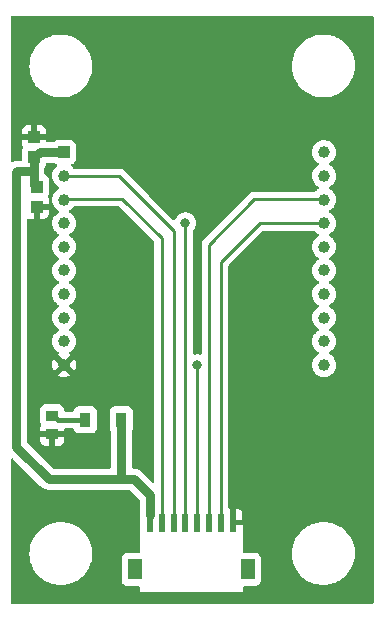
<source format=gbr>
%TF.GenerationSoftware,KiCad,Pcbnew,(6.0.11)*%
%TF.CreationDate,2023-03-01T16:43:23-07:00*%
%TF.ProjectId,Wirless-Module,5769726c-6573-4732-9d4d-6f64756c652e,rev?*%
%TF.SameCoordinates,Original*%
%TF.FileFunction,Copper,L1,Top*%
%TF.FilePolarity,Positive*%
%FSLAX46Y46*%
G04 Gerber Fmt 4.6, Leading zero omitted, Abs format (unit mm)*
G04 Created by KiCad (PCBNEW (6.0.11)) date 2023-03-01 16:43:23*
%MOMM*%
%LPD*%
G01*
G04 APERTURE LIST*
%TA.AperFunction,ComponentPad*%
%ADD10C,1.008000*%
%TD*%
%TA.AperFunction,ComponentPad*%
%ADD11R,1.008000X1.008000*%
%TD*%
%TA.AperFunction,SMDPad,CuDef*%
%ADD12R,1.020000X0.940000*%
%TD*%
%TA.AperFunction,SMDPad,CuDef*%
%ADD13R,0.600000X1.500000*%
%TD*%
%TA.AperFunction,SMDPad,CuDef*%
%ADD14R,1.200000X1.800000*%
%TD*%
%TA.AperFunction,SMDPad,CuDef*%
%ADD15R,0.965200X1.295400*%
%TD*%
%TA.AperFunction,SMDPad,CuDef*%
%ADD16R,1.000000X1.100000*%
%TD*%
%TA.AperFunction,ViaPad*%
%ADD17C,0.800000*%
%TD*%
%TA.AperFunction,Conductor*%
%ADD18C,0.381000*%
%TD*%
%TA.AperFunction,Conductor*%
%ADD19C,0.762000*%
%TD*%
%TA.AperFunction,Conductor*%
%ADD20C,0.250000*%
%TD*%
G04 APERTURE END LIST*
D10*
%TO.P,U1,20,DIO0*%
%TO.N,unconnected-(U1-Pad20)*%
X188839000Y-82171500D03*
%TO.P,U1,19,DIO1*%
%TO.N,unconnected-(U1-Pad19)*%
X188839000Y-84171500D03*
%TO.P,U1,18,SCK*%
%TO.N,XBEE_SCK*%
X188839000Y-86171500D03*
%TO.P,U1,17,SPI_SS*%
%TO.N,XBEE_SS*%
X188839000Y-88171500D03*
%TO.P,U1,16,DIO6*%
%TO.N,unconnected-(U1-Pad16)*%
X188839000Y-90171500D03*
%TO.P,U1,15,DI05*%
%TO.N,unconnected-(U1-Pad15)*%
X188839000Y-92171500D03*
%TO.P,U1,14,VREF*%
%TO.N,unconnected-(U1-Pad14)*%
X188839000Y-94171500D03*
%TO.P,U1,13,~{SLEEP}*%
%TO.N,unconnected-(U1-Pad13)*%
X188839000Y-96171500D03*
%TO.P,U1,12,DI07*%
%TO.N,unconnected-(U1-Pad12)*%
X188839000Y-98171500D03*
%TO.P,U1,11,MOSI*%
%TO.N,XBEE_MOSI*%
X188839000Y-100171500D03*
%TO.P,U1,10,GND*%
%TO.N,Earth*%
X166839000Y-100171500D03*
%TO.P,U1,9,DI8*%
%TO.N,unconnected-(U1-Pad9)*%
X166839000Y-98171500D03*
%TO.P,U1,8,NC*%
%TO.N,unconnected-(U1-Pad8)*%
X166839000Y-96171500D03*
%TO.P,U1,7,PWM1*%
%TO.N,unconnected-(U1-Pad7)*%
X166839000Y-94171500D03*
%TO.P,U1,6,PWM0*%
%TO.N,unconnected-(U1-Pad6)*%
X166839000Y-92171500D03*
%TO.P,U1,5,~{RESET}*%
%TO.N,unconnected-(U1-Pad5)*%
X166839000Y-90171500D03*
%TO.P,U1,4,MISO*%
%TO.N,XBEE_MISO*%
X166839000Y-88171500D03*
%TO.P,U1,3,RX*%
%TO.N,XBEE_RX*%
X166839000Y-86171500D03*
%TO.P,U1,2,TX*%
%TO.N,XBEE_TX*%
X166839000Y-84171500D03*
D11*
%TO.P,U1,1,VCC*%
%TO.N,3.3V*%
X166839000Y-82171500D03*
%TD*%
D12*
%TO.P,R1,1*%
%TO.N,Earth*%
X165820000Y-106040000D03*
%TO.P,R1,2*%
%TO.N,Net-(D1-Pad1)*%
X165820000Y-104460000D03*
%TD*%
D13*
%TO.P,P1,1,1*%
%TO.N,3.3V*%
X174110000Y-113590000D03*
%TO.P,P1,2,2*%
%TO.N,XBEE_RX*%
X175110000Y-113590000D03*
%TO.P,P1,3,3*%
%TO.N,XBEE_TX*%
X176110000Y-113590000D03*
%TO.P,P1,4,4*%
%TO.N,XBEE_MISO*%
X177110000Y-113590000D03*
%TO.P,P1,5,5*%
%TO.N,XBEE_MOSI*%
X178110000Y-113590000D03*
%TO.P,P1,6,6*%
%TO.N,XBEE_SCK*%
X179110000Y-113590000D03*
%TO.P,P1,7,7*%
%TO.N,XBEE_SS*%
X180110000Y-113590000D03*
%TO.P,P1,8,8*%
%TO.N,Earth*%
X181110000Y-113590000D03*
D14*
%TO.P,P1,S1*%
%TO.N,N/C*%
X182410000Y-117490000D03*
%TO.P,P1,S2*%
X172810000Y-117490000D03*
%TD*%
D15*
%TO.P,D1,1,1*%
%TO.N,Net-(D1-Pad1)*%
X168636000Y-104820000D03*
%TO.P,D1,2,2*%
%TO.N,3.3V*%
X171684000Y-104820000D03*
%TD*%
D16*
%TO.P,C2,1*%
%TO.N,3.3V*%
X164270000Y-82610000D03*
%TO.P,C2,2*%
%TO.N,Earth*%
X164270000Y-80910000D03*
%TD*%
%TO.P,C1,1*%
%TO.N,3.3V*%
X164520000Y-85070000D03*
%TO.P,C1,2*%
%TO.N,Earth*%
X164520000Y-86770000D03*
%TD*%
D17*
%TO.N,Earth*%
X184650000Y-95030000D03*
X171360000Y-95350000D03*
%TO.N,XBEE_MOSI*%
X178110000Y-100180000D03*
%TO.N,XBEE_MISO*%
X177110000Y-88160000D03*
%TD*%
D18*
%TO.N,Net-(D1-Pad1)*%
X168636000Y-104820000D02*
X166280000Y-104820000D01*
X166280000Y-104820000D02*
X165980000Y-104520000D01*
D19*
%TO.N,3.3V*%
X166839000Y-82171500D02*
X164758500Y-82171500D01*
X164758500Y-82171500D02*
X164620000Y-82310000D01*
X164270000Y-83790000D02*
X164270000Y-84880000D01*
X164270000Y-82610000D02*
X164270000Y-83790000D01*
X164270000Y-83790000D02*
X162840000Y-83790000D01*
X162840000Y-83790000D02*
X162790000Y-83840000D01*
X164270000Y-84880000D02*
X164300000Y-84910000D01*
X165520000Y-109840000D02*
X171730000Y-109840000D01*
X171684000Y-104820000D02*
X171684000Y-109794000D01*
X171730000Y-109840000D02*
X172730000Y-109840000D01*
X171684000Y-109794000D02*
X171730000Y-109840000D01*
X162790000Y-83840000D02*
X162790000Y-107110000D01*
X162790000Y-107110000D02*
X165520000Y-109840000D01*
X172730000Y-109840000D02*
X174110000Y-111220000D01*
X174110000Y-111220000D02*
X174110000Y-112870000D01*
D20*
%TO.N,XBEE_MOSI*%
X178110000Y-113590000D02*
X178110000Y-100180000D01*
%TO.N,XBEE_SS*%
X180110000Y-91460000D02*
X183380000Y-88190000D01*
X180110000Y-113590000D02*
X180110000Y-91460000D01*
X183380000Y-88190000D02*
X188840000Y-88190000D01*
%TO.N,XBEE_SCK*%
X179110000Y-89990000D02*
X182950000Y-86150000D01*
X179110000Y-113590000D02*
X179110000Y-89990000D01*
X182950000Y-86150000D02*
X188920000Y-86150000D01*
%TO.N,XBEE_MISO*%
X177110000Y-113590000D02*
X177110000Y-88160000D01*
%TO.N,XBEE_TX*%
X176110000Y-88820000D02*
X171470000Y-84180000D01*
X176110000Y-113590000D02*
X176110000Y-88820000D01*
X171470000Y-84180000D02*
X167080000Y-84180000D01*
%TO.N,XBEE_RX*%
X175110000Y-89470000D02*
X171760000Y-86120000D01*
X175110000Y-113590000D02*
X175110000Y-89470000D01*
X171760000Y-86120000D02*
X166800000Y-86120000D01*
%TD*%
%TA.AperFunction,Conductor*%
%TO.N,Earth*%
G36*
X192981621Y-70632502D02*
G01*
X193028114Y-70686158D01*
X193039500Y-70738500D01*
X193039500Y-120269500D01*
X193019498Y-120337621D01*
X192965842Y-120384114D01*
X192913500Y-120395500D01*
X162432500Y-120395500D01*
X162364379Y-120375498D01*
X162317886Y-120321842D01*
X162306500Y-120269500D01*
X162306500Y-116187985D01*
X163897354Y-116187985D01*
X163897656Y-116191820D01*
X163920930Y-116487540D01*
X163922870Y-116512195D01*
X163987706Y-116830878D01*
X164090898Y-117139284D01*
X164230905Y-117432816D01*
X164405641Y-117707097D01*
X164408084Y-117710060D01*
X164408085Y-117710062D01*
X164557808Y-117891690D01*
X164612501Y-117958038D01*
X164848402Y-118181899D01*
X165109826Y-118375343D01*
X165214769Y-118434717D01*
X165389519Y-118533586D01*
X165389523Y-118533588D01*
X165392876Y-118535485D01*
X165693332Y-118659938D01*
X165796788Y-118688629D01*
X166003000Y-118745817D01*
X166003008Y-118745819D01*
X166006716Y-118746847D01*
X166328356Y-118794916D01*
X166331654Y-118795060D01*
X166443418Y-118799940D01*
X166443422Y-118799940D01*
X166444794Y-118800000D01*
X166643098Y-118800000D01*
X166885105Y-118785198D01*
X166888888Y-118784497D01*
X166888895Y-118784496D01*
X167044989Y-118755565D01*
X167204872Y-118725933D01*
X167414182Y-118659938D01*
X167511360Y-118629298D01*
X167511363Y-118629297D01*
X167515032Y-118628140D01*
X167518529Y-118626546D01*
X167518535Y-118626544D01*
X167807454Y-118494876D01*
X167807458Y-118494874D01*
X167810962Y-118493277D01*
X167895404Y-118441531D01*
X168084973Y-118325363D01*
X168084976Y-118325361D01*
X168088251Y-118323354D01*
X168091255Y-118320964D01*
X168091260Y-118320961D01*
X168215507Y-118222130D01*
X168342764Y-118120905D01*
X168345458Y-118118164D01*
X168345462Y-118118160D01*
X168568013Y-117891690D01*
X168568017Y-117891685D01*
X168570708Y-117888947D01*
X168768685Y-117630939D01*
X168933742Y-117350727D01*
X169063420Y-117052488D01*
X169155785Y-116740669D01*
X169209461Y-116419917D01*
X169223646Y-116095015D01*
X169210888Y-115932910D01*
X169198432Y-115774640D01*
X169198432Y-115774637D01*
X169198130Y-115770805D01*
X169133294Y-115452122D01*
X169030102Y-115143716D01*
X168890095Y-114850184D01*
X168715359Y-114575903D01*
X168567970Y-114397106D01*
X168510942Y-114327925D01*
X168510938Y-114327920D01*
X168508499Y-114324962D01*
X168272598Y-114101101D01*
X168011174Y-113907657D01*
X167806281Y-113791734D01*
X167731481Y-113749414D01*
X167731477Y-113749412D01*
X167728124Y-113747515D01*
X167716925Y-113742876D01*
X167499713Y-113652904D01*
X167427668Y-113623062D01*
X167324212Y-113594371D01*
X167118000Y-113537183D01*
X167117992Y-113537181D01*
X167114284Y-113536153D01*
X166792644Y-113488084D01*
X166789346Y-113487940D01*
X166677582Y-113483060D01*
X166677578Y-113483060D01*
X166676206Y-113483000D01*
X166477902Y-113483000D01*
X166235895Y-113497802D01*
X166232112Y-113498503D01*
X166232105Y-113498504D01*
X166076012Y-113527434D01*
X165916128Y-113557067D01*
X165731558Y-113615262D01*
X165609640Y-113653702D01*
X165609637Y-113653703D01*
X165605968Y-113654860D01*
X165602471Y-113656454D01*
X165602465Y-113656456D01*
X165313546Y-113788124D01*
X165313542Y-113788126D01*
X165310038Y-113789723D01*
X165306759Y-113791733D01*
X165306756Y-113791734D01*
X165226166Y-113841120D01*
X165032749Y-113959646D01*
X165029745Y-113962036D01*
X165029740Y-113962039D01*
X164905493Y-114060870D01*
X164778236Y-114162095D01*
X164775542Y-114164836D01*
X164775538Y-114164840D01*
X164552987Y-114391310D01*
X164552983Y-114391315D01*
X164550292Y-114394053D01*
X164352315Y-114652061D01*
X164187258Y-114932273D01*
X164057580Y-115230512D01*
X163965215Y-115542331D01*
X163911539Y-115863083D01*
X163897354Y-116187985D01*
X162306500Y-116187985D01*
X162306500Y-108188633D01*
X162326502Y-108120512D01*
X162380158Y-108074019D01*
X162450432Y-108063915D01*
X162515012Y-108093409D01*
X162521595Y-108099538D01*
X164834511Y-110412454D01*
X164847348Y-110427482D01*
X164855331Y-110438470D01*
X164860233Y-110442883D01*
X164860234Y-110442885D01*
X164905063Y-110483249D01*
X164909847Y-110487790D01*
X164923994Y-110501937D01*
X164926559Y-110504014D01*
X164939554Y-110514537D01*
X164944575Y-110518825D01*
X164989381Y-110559170D01*
X164989385Y-110559173D01*
X164994285Y-110563585D01*
X164999995Y-110566881D01*
X164999998Y-110566884D01*
X165006045Y-110570375D01*
X165022330Y-110581568D01*
X165032875Y-110590107D01*
X165092480Y-110620477D01*
X165098276Y-110623624D01*
X165156215Y-110657075D01*
X165169125Y-110661270D01*
X165187384Y-110668833D01*
X165199476Y-110674994D01*
X165264138Y-110692320D01*
X165270386Y-110694172D01*
X165334044Y-110714855D01*
X165347536Y-110716273D01*
X165366980Y-110719877D01*
X165373705Y-110721679D01*
X165373710Y-110721680D01*
X165380085Y-110723388D01*
X165386675Y-110723733D01*
X165386679Y-110723734D01*
X165446880Y-110726889D01*
X165453455Y-110727406D01*
X165473380Y-110729500D01*
X165493414Y-110729500D01*
X165500008Y-110729673D01*
X165560218Y-110732829D01*
X165560223Y-110732829D01*
X165566810Y-110733174D01*
X165573325Y-110732142D01*
X165573327Y-110732142D01*
X165580214Y-110731051D01*
X165599925Y-110729500D01*
X171703407Y-110729500D01*
X171710001Y-110729673D01*
X171770218Y-110732829D01*
X171770222Y-110732829D01*
X171776810Y-110733174D01*
X171783325Y-110732142D01*
X171783327Y-110732142D01*
X171790214Y-110731051D01*
X171809925Y-110729500D01*
X172309367Y-110729500D01*
X172377488Y-110749502D01*
X172398462Y-110766405D01*
X173183595Y-111551538D01*
X173217621Y-111613850D01*
X173220500Y-111640633D01*
X173220500Y-112916620D01*
X173235145Y-113055956D01*
X173237185Y-113062234D01*
X173237185Y-113062235D01*
X173292925Y-113233785D01*
X173292130Y-113234043D01*
X173301500Y-113278130D01*
X173301500Y-113652904D01*
X173281498Y-113721025D01*
X173270725Y-113735416D01*
X173266753Y-113740000D01*
X173260000Y-113740000D01*
X173260000Y-115955500D01*
X173239998Y-116023621D01*
X173186342Y-116070114D01*
X173134000Y-116081500D01*
X172161866Y-116081500D01*
X172099684Y-116088255D01*
X171963295Y-116139385D01*
X171846739Y-116226739D01*
X171759385Y-116343295D01*
X171708255Y-116479684D01*
X171701500Y-116541866D01*
X171701500Y-118438134D01*
X171708255Y-118500316D01*
X171759385Y-118636705D01*
X171846739Y-118753261D01*
X171963295Y-118840615D01*
X172099684Y-118891745D01*
X172161866Y-118898500D01*
X173134000Y-118898500D01*
X173202121Y-118918502D01*
X173248614Y-118972158D01*
X173260000Y-119024500D01*
X173260000Y-119390000D01*
X181960000Y-119390000D01*
X181960000Y-119024500D01*
X181980002Y-118956379D01*
X182033658Y-118909886D01*
X182086000Y-118898500D01*
X183058134Y-118898500D01*
X183120316Y-118891745D01*
X183256705Y-118840615D01*
X183373261Y-118753261D01*
X183460615Y-118636705D01*
X183511745Y-118500316D01*
X183518500Y-118438134D01*
X183518500Y-116541866D01*
X183511745Y-116479684D01*
X183460615Y-116343295D01*
X183373261Y-116226739D01*
X183321552Y-116187985D01*
X186122354Y-116187985D01*
X186122656Y-116191820D01*
X186145930Y-116487540D01*
X186147870Y-116512195D01*
X186212706Y-116830878D01*
X186315898Y-117139284D01*
X186455905Y-117432816D01*
X186630641Y-117707097D01*
X186633084Y-117710060D01*
X186633085Y-117710062D01*
X186782808Y-117891690D01*
X186837501Y-117958038D01*
X187073402Y-118181899D01*
X187334826Y-118375343D01*
X187439769Y-118434717D01*
X187614519Y-118533586D01*
X187614523Y-118533588D01*
X187617876Y-118535485D01*
X187918332Y-118659938D01*
X188021788Y-118688629D01*
X188228000Y-118745817D01*
X188228008Y-118745819D01*
X188231716Y-118746847D01*
X188553356Y-118794916D01*
X188556654Y-118795060D01*
X188668418Y-118799940D01*
X188668422Y-118799940D01*
X188669794Y-118800000D01*
X188868098Y-118800000D01*
X189110105Y-118785198D01*
X189113888Y-118784497D01*
X189113895Y-118784496D01*
X189269989Y-118755565D01*
X189429872Y-118725933D01*
X189639182Y-118659938D01*
X189736360Y-118629298D01*
X189736363Y-118629297D01*
X189740032Y-118628140D01*
X189743529Y-118626546D01*
X189743535Y-118626544D01*
X190032454Y-118494876D01*
X190032458Y-118494874D01*
X190035962Y-118493277D01*
X190120404Y-118441531D01*
X190309973Y-118325363D01*
X190309976Y-118325361D01*
X190313251Y-118323354D01*
X190316255Y-118320964D01*
X190316260Y-118320961D01*
X190440507Y-118222130D01*
X190567764Y-118120905D01*
X190570458Y-118118164D01*
X190570462Y-118118160D01*
X190793013Y-117891690D01*
X190793017Y-117891685D01*
X190795708Y-117888947D01*
X190993685Y-117630939D01*
X191158742Y-117350727D01*
X191288420Y-117052488D01*
X191380785Y-116740669D01*
X191434461Y-116419917D01*
X191448646Y-116095015D01*
X191435888Y-115932910D01*
X191423432Y-115774640D01*
X191423432Y-115774637D01*
X191423130Y-115770805D01*
X191358294Y-115452122D01*
X191255102Y-115143716D01*
X191115095Y-114850184D01*
X190940359Y-114575903D01*
X190792970Y-114397106D01*
X190735942Y-114327925D01*
X190735938Y-114327920D01*
X190733499Y-114324962D01*
X190497598Y-114101101D01*
X190236174Y-113907657D01*
X190031281Y-113791734D01*
X189956481Y-113749414D01*
X189956477Y-113749412D01*
X189953124Y-113747515D01*
X189941925Y-113742876D01*
X189724713Y-113652904D01*
X189652668Y-113623062D01*
X189549212Y-113594371D01*
X189343000Y-113537183D01*
X189342992Y-113537181D01*
X189339284Y-113536153D01*
X189017644Y-113488084D01*
X189014346Y-113487940D01*
X188902582Y-113483060D01*
X188902578Y-113483060D01*
X188901206Y-113483000D01*
X188702902Y-113483000D01*
X188460895Y-113497802D01*
X188457112Y-113498503D01*
X188457105Y-113498504D01*
X188301012Y-113527434D01*
X188141128Y-113557067D01*
X187956558Y-113615262D01*
X187834640Y-113653702D01*
X187834637Y-113653703D01*
X187830968Y-113654860D01*
X187827471Y-113656454D01*
X187827465Y-113656456D01*
X187538546Y-113788124D01*
X187538542Y-113788126D01*
X187535038Y-113789723D01*
X187531759Y-113791733D01*
X187531756Y-113791734D01*
X187451166Y-113841120D01*
X187257749Y-113959646D01*
X187254745Y-113962036D01*
X187254740Y-113962039D01*
X187130493Y-114060870D01*
X187003236Y-114162095D01*
X187000542Y-114164836D01*
X187000538Y-114164840D01*
X186777987Y-114391310D01*
X186777983Y-114391315D01*
X186775292Y-114394053D01*
X186577315Y-114652061D01*
X186412258Y-114932273D01*
X186282580Y-115230512D01*
X186190215Y-115542331D01*
X186136539Y-115863083D01*
X186122354Y-116187985D01*
X183321552Y-116187985D01*
X183256705Y-116139385D01*
X183120316Y-116088255D01*
X183058134Y-116081500D01*
X182086000Y-116081500D01*
X182017879Y-116061498D01*
X181971386Y-116007842D01*
X181960000Y-115955500D01*
X181960000Y-113740000D01*
X181415000Y-113740000D01*
X181415000Y-113748273D01*
X181382883Y-113807094D01*
X181320571Y-113841120D01*
X181293786Y-113844000D01*
X181044500Y-113844000D01*
X180976379Y-113823998D01*
X180929886Y-113770342D01*
X180918500Y-113718000D01*
X180918500Y-113317885D01*
X181364000Y-113317885D01*
X181368475Y-113333124D01*
X181369865Y-113334329D01*
X181377548Y-113336000D01*
X181899884Y-113336000D01*
X181915123Y-113331525D01*
X181916328Y-113330135D01*
X181917999Y-113322452D01*
X181917999Y-112795331D01*
X181917629Y-112788510D01*
X181912105Y-112737648D01*
X181908479Y-112722396D01*
X181863324Y-112601946D01*
X181854786Y-112586351D01*
X181778285Y-112484276D01*
X181765724Y-112471715D01*
X181663649Y-112395214D01*
X181648054Y-112386676D01*
X181527606Y-112341522D01*
X181512351Y-112337895D01*
X181461486Y-112332369D01*
X181454672Y-112332000D01*
X181382115Y-112332000D01*
X181366876Y-112336475D01*
X181365671Y-112337865D01*
X181364000Y-112345548D01*
X181364000Y-113317885D01*
X180918500Y-113317885D01*
X180918500Y-112791866D01*
X180911745Y-112729684D01*
X180908973Y-112722288D01*
X180908971Y-112722282D01*
X180864018Y-112602371D01*
X180856000Y-112558142D01*
X180856000Y-112350116D01*
X180851525Y-112334877D01*
X180850135Y-112333672D01*
X180842718Y-112332059D01*
X180780406Y-112298035D01*
X180746380Y-112235723D01*
X180743500Y-112208938D01*
X180743500Y-91774594D01*
X180763502Y-91706473D01*
X180780405Y-91685499D01*
X183605499Y-88860405D01*
X183667811Y-88826379D01*
X183694594Y-88823500D01*
X188002843Y-88823500D01*
X188070964Y-88843502D01*
X188101590Y-88871238D01*
X188107144Y-88878245D01*
X188258357Y-89006936D01*
X188355913Y-89061459D01*
X188405617Y-89112152D01*
X188420025Y-89181671D01*
X188394561Y-89247944D01*
X188352817Y-89283107D01*
X188287374Y-89317320D01*
X188287370Y-89317322D01*
X188281910Y-89320177D01*
X188127163Y-89444596D01*
X188123205Y-89449313D01*
X188123203Y-89449315D01*
X188092129Y-89486348D01*
X187999530Y-89596703D01*
X187903873Y-89770704D01*
X187902012Y-89776571D01*
X187902011Y-89776573D01*
X187875106Y-89861389D01*
X187843834Y-89959971D01*
X187821700Y-90157295D01*
X187838315Y-90355160D01*
X187893046Y-90546030D01*
X187983808Y-90722633D01*
X187987634Y-90727460D01*
X188103315Y-90873415D01*
X188103319Y-90873420D01*
X188107144Y-90878245D01*
X188258357Y-91006936D01*
X188355913Y-91061459D01*
X188405617Y-91112152D01*
X188420025Y-91181671D01*
X188394561Y-91247944D01*
X188352817Y-91283107D01*
X188287374Y-91317320D01*
X188287370Y-91317322D01*
X188281910Y-91320177D01*
X188127163Y-91444596D01*
X188123205Y-91449313D01*
X188123203Y-91449315D01*
X188039986Y-91548489D01*
X187999530Y-91596703D01*
X187903873Y-91770704D01*
X187843834Y-91959971D01*
X187821700Y-92157295D01*
X187838315Y-92355160D01*
X187893046Y-92546030D01*
X187983808Y-92722633D01*
X187987634Y-92727460D01*
X188103315Y-92873415D01*
X188103319Y-92873420D01*
X188107144Y-92878245D01*
X188258357Y-93006936D01*
X188355913Y-93061459D01*
X188405617Y-93112152D01*
X188420025Y-93181671D01*
X188394561Y-93247944D01*
X188352817Y-93283107D01*
X188287374Y-93317320D01*
X188287370Y-93317322D01*
X188281910Y-93320177D01*
X188127163Y-93444596D01*
X188123205Y-93449313D01*
X188123203Y-93449315D01*
X188039986Y-93548489D01*
X187999530Y-93596703D01*
X187903873Y-93770704D01*
X187843834Y-93959971D01*
X187821700Y-94157295D01*
X187838315Y-94355160D01*
X187893046Y-94546030D01*
X187983808Y-94722633D01*
X187987634Y-94727460D01*
X188103315Y-94873415D01*
X188103319Y-94873420D01*
X188107144Y-94878245D01*
X188258357Y-95006936D01*
X188355913Y-95061459D01*
X188405617Y-95112152D01*
X188420025Y-95181671D01*
X188394561Y-95247944D01*
X188352817Y-95283107D01*
X188287374Y-95317320D01*
X188287370Y-95317322D01*
X188281910Y-95320177D01*
X188127163Y-95444596D01*
X188123205Y-95449313D01*
X188123203Y-95449315D01*
X188039986Y-95548489D01*
X187999530Y-95596703D01*
X187903873Y-95770704D01*
X187843834Y-95959971D01*
X187821700Y-96157295D01*
X187838315Y-96355160D01*
X187893046Y-96546030D01*
X187983808Y-96722633D01*
X187987634Y-96727460D01*
X188103315Y-96873415D01*
X188103319Y-96873420D01*
X188107144Y-96878245D01*
X188258357Y-97006936D01*
X188355913Y-97061459D01*
X188405617Y-97112152D01*
X188420025Y-97181671D01*
X188394561Y-97247944D01*
X188352817Y-97283107D01*
X188287374Y-97317320D01*
X188287370Y-97317322D01*
X188281910Y-97320177D01*
X188127163Y-97444596D01*
X188123205Y-97449313D01*
X188123203Y-97449315D01*
X188039986Y-97548489D01*
X187999530Y-97596703D01*
X187903873Y-97770704D01*
X187843834Y-97959971D01*
X187821700Y-98157295D01*
X187838315Y-98355160D01*
X187893046Y-98546030D01*
X187983808Y-98722633D01*
X187987634Y-98727460D01*
X188103315Y-98873415D01*
X188103319Y-98873420D01*
X188107144Y-98878245D01*
X188258357Y-99006936D01*
X188355913Y-99061459D01*
X188405617Y-99112152D01*
X188420025Y-99181671D01*
X188394561Y-99247944D01*
X188352817Y-99283107D01*
X188287374Y-99317320D01*
X188287370Y-99317322D01*
X188281910Y-99320177D01*
X188127163Y-99444596D01*
X188123205Y-99449313D01*
X188123203Y-99449315D01*
X188039986Y-99548489D01*
X187999530Y-99596703D01*
X187903873Y-99770704D01*
X187902012Y-99776571D01*
X187902011Y-99776573D01*
X187892330Y-99807092D01*
X187843834Y-99959971D01*
X187821700Y-100157295D01*
X187822216Y-100163439D01*
X187837792Y-100348928D01*
X187838315Y-100355160D01*
X187840014Y-100361084D01*
X187891294Y-100539919D01*
X187893046Y-100546030D01*
X187910227Y-100579460D01*
X187960662Y-100677595D01*
X187983808Y-100722633D01*
X187987634Y-100727460D01*
X188103315Y-100873415D01*
X188103319Y-100873420D01*
X188107144Y-100878245D01*
X188258357Y-101006936D01*
X188323909Y-101043572D01*
X188426307Y-101100802D01*
X188426313Y-101100805D01*
X188431685Y-101103807D01*
X188620528Y-101165165D01*
X188817693Y-101188676D01*
X188823828Y-101188204D01*
X188823830Y-101188204D01*
X189009528Y-101173915D01*
X189009533Y-101173914D01*
X189015669Y-101173442D01*
X189021599Y-101171786D01*
X189021601Y-101171786D01*
X189078340Y-101155944D01*
X189206916Y-101120045D01*
X189235293Y-101105711D01*
X189378649Y-101033297D01*
X189378651Y-101033296D01*
X189384150Y-101030518D01*
X189540618Y-100908272D01*
X189670362Y-100757962D01*
X189687690Y-100727460D01*
X189765393Y-100590676D01*
X189768440Y-100585313D01*
X189831116Y-100396903D01*
X189856002Y-100199907D01*
X189856399Y-100171500D01*
X189837023Y-99973886D01*
X189779632Y-99783799D01*
X189721086Y-99673690D01*
X189689307Y-99613922D01*
X189689305Y-99613919D01*
X189686413Y-99608480D01*
X189560917Y-99454606D01*
X189432897Y-99348699D01*
X189412672Y-99331967D01*
X189412669Y-99331965D01*
X189407922Y-99328038D01*
X189323968Y-99282644D01*
X189273559Y-99232649D01*
X189258182Y-99163338D01*
X189282718Y-99096716D01*
X189327086Y-99059343D01*
X189360922Y-99042251D01*
X189378649Y-99033297D01*
X189378652Y-99033295D01*
X189384150Y-99030518D01*
X189540618Y-98908272D01*
X189670362Y-98757962D01*
X189687690Y-98727460D01*
X189765393Y-98590676D01*
X189768440Y-98585313D01*
X189831116Y-98396903D01*
X189856002Y-98199907D01*
X189856399Y-98171500D01*
X189837023Y-97973886D01*
X189779632Y-97783799D01*
X189686413Y-97608480D01*
X189560917Y-97454606D01*
X189495080Y-97400141D01*
X189412672Y-97331967D01*
X189412669Y-97331965D01*
X189407922Y-97328038D01*
X189323968Y-97282644D01*
X189273559Y-97232649D01*
X189258182Y-97163338D01*
X189282718Y-97096716D01*
X189327086Y-97059343D01*
X189360922Y-97042251D01*
X189378649Y-97033297D01*
X189378651Y-97033296D01*
X189384150Y-97030518D01*
X189540618Y-96908272D01*
X189670362Y-96757962D01*
X189687690Y-96727460D01*
X189765393Y-96590676D01*
X189768440Y-96585313D01*
X189831116Y-96396903D01*
X189856002Y-96199907D01*
X189856399Y-96171500D01*
X189837023Y-95973886D01*
X189779632Y-95783799D01*
X189686413Y-95608480D01*
X189560917Y-95454606D01*
X189495080Y-95400141D01*
X189412672Y-95331967D01*
X189412669Y-95331965D01*
X189407922Y-95328038D01*
X189323968Y-95282644D01*
X189273559Y-95232649D01*
X189258182Y-95163338D01*
X189282718Y-95096716D01*
X189327086Y-95059343D01*
X189360922Y-95042251D01*
X189378649Y-95033297D01*
X189378651Y-95033296D01*
X189384150Y-95030518D01*
X189540618Y-94908272D01*
X189670362Y-94757962D01*
X189687690Y-94727460D01*
X189765393Y-94590676D01*
X189768440Y-94585313D01*
X189831116Y-94396903D01*
X189856002Y-94199907D01*
X189856399Y-94171500D01*
X189837023Y-93973886D01*
X189779632Y-93783799D01*
X189686413Y-93608480D01*
X189560917Y-93454606D01*
X189495080Y-93400141D01*
X189412672Y-93331967D01*
X189412669Y-93331965D01*
X189407922Y-93328038D01*
X189323968Y-93282644D01*
X189273559Y-93232649D01*
X189258182Y-93163338D01*
X189282718Y-93096716D01*
X189327086Y-93059343D01*
X189360922Y-93042251D01*
X189378649Y-93033297D01*
X189378651Y-93033296D01*
X189384150Y-93030518D01*
X189540618Y-92908272D01*
X189670362Y-92757962D01*
X189687690Y-92727460D01*
X189765393Y-92590676D01*
X189768440Y-92585313D01*
X189831116Y-92396903D01*
X189856002Y-92199907D01*
X189856399Y-92171500D01*
X189837023Y-91973886D01*
X189779632Y-91783799D01*
X189686413Y-91608480D01*
X189560917Y-91454606D01*
X189495080Y-91400141D01*
X189412672Y-91331967D01*
X189412669Y-91331965D01*
X189407922Y-91328038D01*
X189323968Y-91282644D01*
X189273559Y-91232649D01*
X189258182Y-91163338D01*
X189282718Y-91096716D01*
X189327086Y-91059343D01*
X189360922Y-91042251D01*
X189378649Y-91033297D01*
X189378651Y-91033296D01*
X189384150Y-91030518D01*
X189540618Y-90908272D01*
X189670362Y-90757962D01*
X189687690Y-90727460D01*
X189739990Y-90635394D01*
X189768440Y-90585313D01*
X189831116Y-90396903D01*
X189856002Y-90199907D01*
X189856399Y-90171500D01*
X189837023Y-89973886D01*
X189779632Y-89783799D01*
X189720311Y-89672232D01*
X189689307Y-89613922D01*
X189689305Y-89613919D01*
X189686413Y-89608480D01*
X189593321Y-89494337D01*
X189564811Y-89459380D01*
X189564809Y-89459378D01*
X189560917Y-89454606D01*
X189495080Y-89400141D01*
X189412672Y-89331967D01*
X189412669Y-89331965D01*
X189407922Y-89328038D01*
X189323968Y-89282644D01*
X189273559Y-89232649D01*
X189258182Y-89163338D01*
X189282718Y-89096716D01*
X189327086Y-89059343D01*
X189360922Y-89042251D01*
X189378649Y-89033297D01*
X189378651Y-89033296D01*
X189384150Y-89030518D01*
X189540618Y-88908272D01*
X189670362Y-88757962D01*
X189687690Y-88727460D01*
X189765393Y-88590676D01*
X189768440Y-88585313D01*
X189831116Y-88396903D01*
X189856002Y-88199907D01*
X189856399Y-88171500D01*
X189837023Y-87973886D01*
X189779632Y-87783799D01*
X189745640Y-87719870D01*
X189689307Y-87613922D01*
X189689305Y-87613919D01*
X189686413Y-87608480D01*
X189560917Y-87454606D01*
X189495080Y-87400141D01*
X189412672Y-87331967D01*
X189412669Y-87331965D01*
X189407922Y-87328038D01*
X189323968Y-87282644D01*
X189273559Y-87232649D01*
X189258182Y-87163338D01*
X189282718Y-87096716D01*
X189327086Y-87059343D01*
X189370233Y-87037548D01*
X189378649Y-87033297D01*
X189378651Y-87033296D01*
X189384150Y-87030518D01*
X189540618Y-86908272D01*
X189570707Y-86873414D01*
X189666333Y-86762630D01*
X189666334Y-86762628D01*
X189670362Y-86757962D01*
X189687690Y-86727460D01*
X189765393Y-86590676D01*
X189768440Y-86585313D01*
X189831116Y-86396903D01*
X189856002Y-86199907D01*
X189856209Y-86185104D01*
X189856350Y-86175023D01*
X189856350Y-86175019D01*
X189856399Y-86171500D01*
X189837023Y-85973886D01*
X189779632Y-85783799D01*
X189747397Y-85723173D01*
X189689307Y-85613922D01*
X189689305Y-85613919D01*
X189686413Y-85608480D01*
X189623651Y-85531526D01*
X189564811Y-85459380D01*
X189564809Y-85459378D01*
X189560917Y-85454606D01*
X189414787Y-85333717D01*
X189412672Y-85331967D01*
X189412669Y-85331965D01*
X189407922Y-85328038D01*
X189323968Y-85282644D01*
X189273559Y-85232649D01*
X189258182Y-85163338D01*
X189282718Y-85096716D01*
X189327086Y-85059343D01*
X189360922Y-85042251D01*
X189378649Y-85033297D01*
X189378651Y-85033296D01*
X189384150Y-85030518D01*
X189540618Y-84908272D01*
X189584729Y-84857169D01*
X189666333Y-84762630D01*
X189666334Y-84762628D01*
X189670362Y-84757962D01*
X189687690Y-84727460D01*
X189765393Y-84590676D01*
X189768440Y-84585313D01*
X189831116Y-84396903D01*
X189856002Y-84199907D01*
X189856399Y-84171500D01*
X189837023Y-83973886D01*
X189779632Y-83783799D01*
X189775790Y-83776573D01*
X189689307Y-83613922D01*
X189689305Y-83613919D01*
X189686413Y-83608480D01*
X189633025Y-83543020D01*
X189564811Y-83459380D01*
X189564809Y-83459378D01*
X189560917Y-83454606D01*
X189464291Y-83374670D01*
X189412672Y-83331967D01*
X189412669Y-83331965D01*
X189407922Y-83328038D01*
X189323968Y-83282644D01*
X189273559Y-83232649D01*
X189258182Y-83163338D01*
X189282718Y-83096716D01*
X189327086Y-83059343D01*
X189367832Y-83038761D01*
X189378649Y-83033297D01*
X189378651Y-83033296D01*
X189384150Y-83030518D01*
X189540618Y-82908272D01*
X189547476Y-82900327D01*
X189666333Y-82762630D01*
X189666334Y-82762628D01*
X189670362Y-82757962D01*
X189687690Y-82727460D01*
X189765393Y-82590676D01*
X189768440Y-82585313D01*
X189831116Y-82396903D01*
X189856002Y-82199907D01*
X189856399Y-82171500D01*
X189837023Y-81973886D01*
X189779632Y-81783799D01*
X189735057Y-81699966D01*
X189689307Y-81613922D01*
X189689305Y-81613919D01*
X189686413Y-81608480D01*
X189644577Y-81557184D01*
X189564811Y-81459380D01*
X189564809Y-81459378D01*
X189560917Y-81454606D01*
X189439819Y-81354425D01*
X189412672Y-81331967D01*
X189412669Y-81331965D01*
X189407922Y-81328038D01*
X189233258Y-81233597D01*
X189043576Y-81174881D01*
X189037451Y-81174237D01*
X189037450Y-81174237D01*
X188852232Y-81154770D01*
X188852230Y-81154770D01*
X188846103Y-81154126D01*
X188762970Y-81161692D01*
X188654497Y-81171563D01*
X188654494Y-81171564D01*
X188648358Y-81172122D01*
X188642452Y-81173860D01*
X188642448Y-81173861D01*
X188525293Y-81208342D01*
X188457876Y-81228184D01*
X188281910Y-81320177D01*
X188127163Y-81444596D01*
X188123205Y-81449313D01*
X188123203Y-81449315D01*
X188084964Y-81494887D01*
X187999530Y-81596703D01*
X187903873Y-81770704D01*
X187902012Y-81776571D01*
X187902011Y-81776573D01*
X187890362Y-81813295D01*
X187843834Y-81959971D01*
X187821700Y-82157295D01*
X187838315Y-82355160D01*
X187893046Y-82546030D01*
X187983808Y-82722633D01*
X187987634Y-82727460D01*
X188103315Y-82873415D01*
X188103319Y-82873420D01*
X188107144Y-82878245D01*
X188111837Y-82882239D01*
X188111838Y-82882240D01*
X188216607Y-82971404D01*
X188258357Y-83006936D01*
X188355913Y-83061459D01*
X188405617Y-83112152D01*
X188420025Y-83181671D01*
X188394561Y-83247944D01*
X188352817Y-83283107D01*
X188287374Y-83317320D01*
X188287370Y-83317322D01*
X188281910Y-83320177D01*
X188127163Y-83444596D01*
X188123205Y-83449313D01*
X188123203Y-83449315D01*
X188112471Y-83462105D01*
X187999530Y-83596703D01*
X187903873Y-83770704D01*
X187902012Y-83776571D01*
X187902011Y-83776573D01*
X187897847Y-83789699D01*
X187843834Y-83959971D01*
X187821700Y-84157295D01*
X187838315Y-84355160D01*
X187856202Y-84417540D01*
X187872760Y-84475283D01*
X187893046Y-84546030D01*
X187983808Y-84722633D01*
X187987634Y-84727460D01*
X188103315Y-84873415D01*
X188103319Y-84873420D01*
X188107144Y-84878245D01*
X188258357Y-85006936D01*
X188355913Y-85061459D01*
X188405617Y-85112152D01*
X188420025Y-85181671D01*
X188394561Y-85247944D01*
X188352817Y-85283107D01*
X188287374Y-85317320D01*
X188287370Y-85317322D01*
X188281910Y-85320177D01*
X188277110Y-85324037D01*
X188277109Y-85324037D01*
X188244754Y-85350051D01*
X188127163Y-85444596D01*
X188123204Y-85449314D01*
X188123203Y-85449315D01*
X188104594Y-85471492D01*
X188045483Y-85510818D01*
X188008073Y-85516500D01*
X183028767Y-85516500D01*
X183017584Y-85515973D01*
X183010091Y-85514298D01*
X183002165Y-85514547D01*
X183002164Y-85514547D01*
X182942014Y-85516438D01*
X182938055Y-85516500D01*
X182910144Y-85516500D01*
X182906210Y-85516997D01*
X182906209Y-85516997D01*
X182906144Y-85517005D01*
X182894307Y-85517938D01*
X182862049Y-85518952D01*
X182858030Y-85519078D01*
X182850111Y-85519327D01*
X182830657Y-85524979D01*
X182811300Y-85528987D01*
X182799070Y-85530532D01*
X182799069Y-85530532D01*
X182791203Y-85531526D01*
X182783832Y-85534445D01*
X182783830Y-85534445D01*
X182750088Y-85547804D01*
X182738858Y-85551649D01*
X182704017Y-85561771D01*
X182704016Y-85561771D01*
X182696407Y-85563982D01*
X182689588Y-85568015D01*
X182689583Y-85568017D01*
X182678972Y-85574293D01*
X182661224Y-85582988D01*
X182642383Y-85590448D01*
X182635967Y-85595110D01*
X182635966Y-85595110D01*
X182606613Y-85616436D01*
X182596693Y-85622952D01*
X182565465Y-85641420D01*
X182565462Y-85641422D01*
X182558638Y-85645458D01*
X182544317Y-85659779D01*
X182529284Y-85672619D01*
X182512893Y-85684528D01*
X182507842Y-85690634D01*
X182484702Y-85718605D01*
X182476712Y-85727384D01*
X178717747Y-89486348D01*
X178709461Y-89493888D01*
X178702982Y-89498000D01*
X178697557Y-89503777D01*
X178656357Y-89547651D01*
X178653602Y-89550493D01*
X178633865Y-89570230D01*
X178631385Y-89573427D01*
X178623682Y-89582447D01*
X178593414Y-89614679D01*
X178589595Y-89621625D01*
X178589593Y-89621628D01*
X178583652Y-89632434D01*
X178572801Y-89648953D01*
X178560386Y-89664959D01*
X178557241Y-89672228D01*
X178557238Y-89672232D01*
X178542826Y-89705537D01*
X178537609Y-89716187D01*
X178516305Y-89754940D01*
X178514334Y-89762615D01*
X178514334Y-89762616D01*
X178511267Y-89774562D01*
X178504863Y-89793266D01*
X178496819Y-89811855D01*
X178495580Y-89819678D01*
X178495577Y-89819688D01*
X178489901Y-89855524D01*
X178487495Y-89867144D01*
X178476500Y-89909970D01*
X178476500Y-89930224D01*
X178474949Y-89949934D01*
X178471780Y-89969943D01*
X178472526Y-89977835D01*
X178475941Y-90013961D01*
X178476500Y-90025819D01*
X178476500Y-99173508D01*
X178456498Y-99241629D01*
X178402842Y-99288122D01*
X178332568Y-99298226D01*
X178324303Y-99296755D01*
X178211944Y-99272872D01*
X178211939Y-99272872D01*
X178205487Y-99271500D01*
X178014513Y-99271500D01*
X178008061Y-99272872D01*
X178008056Y-99272872D01*
X177895697Y-99296755D01*
X177824906Y-99291353D01*
X177768273Y-99248536D01*
X177743780Y-99181898D01*
X177743500Y-99173508D01*
X177743500Y-88862524D01*
X177763502Y-88794403D01*
X177775858Y-88778221D01*
X177849040Y-88696944D01*
X177933004Y-88551515D01*
X177941223Y-88537279D01*
X177941224Y-88537278D01*
X177944527Y-88531556D01*
X178003542Y-88349928D01*
X178023504Y-88160000D01*
X178009294Y-88024802D01*
X178004232Y-87976635D01*
X178004232Y-87976633D01*
X178003542Y-87970072D01*
X177944527Y-87788444D01*
X177935798Y-87773324D01*
X177893338Y-87699782D01*
X177849040Y-87623056D01*
X177820758Y-87591645D01*
X177725675Y-87486045D01*
X177725674Y-87486044D01*
X177721253Y-87481134D01*
X177566752Y-87368882D01*
X177560724Y-87366198D01*
X177560722Y-87366197D01*
X177398319Y-87293891D01*
X177398318Y-87293891D01*
X177392288Y-87291206D01*
X177298888Y-87271353D01*
X177211944Y-87252872D01*
X177211939Y-87252872D01*
X177205487Y-87251500D01*
X177014513Y-87251500D01*
X177008061Y-87252872D01*
X177008056Y-87252872D01*
X176921112Y-87271353D01*
X176827712Y-87291206D01*
X176821682Y-87293891D01*
X176821681Y-87293891D01*
X176659278Y-87366197D01*
X176659276Y-87366198D01*
X176653248Y-87368882D01*
X176498747Y-87481134D01*
X176494326Y-87486044D01*
X176494325Y-87486045D01*
X176399243Y-87591645D01*
X176370960Y-87623056D01*
X176326662Y-87699782D01*
X176284203Y-87773324D01*
X176275473Y-87788444D01*
X176265163Y-87820175D01*
X176225092Y-87878778D01*
X176159695Y-87906416D01*
X176089738Y-87894310D01*
X176056236Y-87870332D01*
X174052693Y-85866788D01*
X171973652Y-83787747D01*
X171966112Y-83779461D01*
X171962000Y-83772982D01*
X171912348Y-83726356D01*
X171909507Y-83723602D01*
X171889770Y-83703865D01*
X171886573Y-83701385D01*
X171877551Y-83693680D01*
X171851100Y-83668841D01*
X171845321Y-83663414D01*
X171838375Y-83659595D01*
X171838372Y-83659593D01*
X171827566Y-83653652D01*
X171811047Y-83642801D01*
X171810583Y-83642441D01*
X171795041Y-83630386D01*
X171787772Y-83627241D01*
X171787768Y-83627238D01*
X171754463Y-83612826D01*
X171743813Y-83607609D01*
X171705060Y-83586305D01*
X171685437Y-83581267D01*
X171666734Y-83574863D01*
X171655420Y-83569967D01*
X171655419Y-83569967D01*
X171648145Y-83566819D01*
X171640322Y-83565580D01*
X171640312Y-83565577D01*
X171604476Y-83559901D01*
X171592856Y-83557495D01*
X171557711Y-83548472D01*
X171557710Y-83548472D01*
X171550030Y-83546500D01*
X171529776Y-83546500D01*
X171510065Y-83544949D01*
X171497886Y-83543020D01*
X171490057Y-83541780D01*
X171482165Y-83542526D01*
X171446039Y-83545941D01*
X171434181Y-83546500D01*
X167695693Y-83546500D01*
X167627572Y-83526498D01*
X167598050Y-83500135D01*
X167564816Y-83459386D01*
X167564813Y-83459383D01*
X167560917Y-83454606D01*
X167556168Y-83450677D01*
X167464291Y-83374670D01*
X167424552Y-83315836D01*
X167422930Y-83244858D01*
X167459940Y-83184270D01*
X167500376Y-83159603D01*
X167581297Y-83129267D01*
X167589705Y-83126115D01*
X167706261Y-83038761D01*
X167793615Y-82922205D01*
X167844745Y-82785816D01*
X167851500Y-82723634D01*
X167851500Y-81619366D01*
X167844745Y-81557184D01*
X167793615Y-81420795D01*
X167706261Y-81304239D01*
X167589705Y-81216885D01*
X167453316Y-81165755D01*
X167391134Y-81159000D01*
X166286866Y-81159000D01*
X166224684Y-81165755D01*
X166088295Y-81216885D01*
X166062087Y-81236527D01*
X166035002Y-81256826D01*
X165968496Y-81281674D01*
X165959437Y-81282000D01*
X165401651Y-81282000D01*
X165333530Y-81261998D01*
X165287037Y-81208342D01*
X165280755Y-81191498D01*
X165273525Y-81166876D01*
X165272135Y-81165671D01*
X165264452Y-81164000D01*
X163280116Y-81164000D01*
X163264877Y-81168475D01*
X163263672Y-81169865D01*
X163262001Y-81177548D01*
X163262001Y-81504669D01*
X163262371Y-81511490D01*
X163267895Y-81562352D01*
X163271521Y-81577604D01*
X163316679Y-81698061D01*
X163317174Y-81698966D01*
X163317393Y-81699966D01*
X163319828Y-81706462D01*
X163318890Y-81706814D01*
X163332343Y-81768323D01*
X163319162Y-81813212D01*
X163319385Y-81813295D01*
X163318244Y-81816337D01*
X163318242Y-81816344D01*
X163268255Y-81949684D01*
X163261500Y-82011866D01*
X163261500Y-82774500D01*
X163241498Y-82842621D01*
X163187842Y-82889114D01*
X163135500Y-82900500D01*
X162919925Y-82900500D01*
X162900214Y-82898949D01*
X162893327Y-82897858D01*
X162893325Y-82897858D01*
X162886810Y-82896826D01*
X162880222Y-82897171D01*
X162880218Y-82897171D01*
X162820001Y-82900327D01*
X162813407Y-82900500D01*
X162793380Y-82900500D01*
X162790109Y-82900844D01*
X162790105Y-82900844D01*
X162773461Y-82902593D01*
X162766887Y-82903110D01*
X162706684Y-82906265D01*
X162706682Y-82906265D01*
X162700085Y-82906611D01*
X162686972Y-82910125D01*
X162667530Y-82913728D01*
X162666288Y-82913858D01*
X162660615Y-82914454D01*
X162660611Y-82914455D01*
X162654044Y-82915145D01*
X162610199Y-82929391D01*
X162590418Y-82935818D01*
X162584094Y-82937691D01*
X162519476Y-82955006D01*
X162507384Y-82961167D01*
X162489125Y-82968730D01*
X162483675Y-82970501D01*
X162476211Y-82972926D01*
X162475716Y-82971404D01*
X162413375Y-82979759D01*
X162349080Y-82949649D01*
X162311270Y-82889558D01*
X162306500Y-82855219D01*
X162306500Y-80637885D01*
X163262000Y-80637885D01*
X163266475Y-80653124D01*
X163267865Y-80654329D01*
X163275548Y-80656000D01*
X163997885Y-80656000D01*
X164013124Y-80651525D01*
X164014329Y-80650135D01*
X164016000Y-80642452D01*
X164016000Y-80637885D01*
X164524000Y-80637885D01*
X164528475Y-80653124D01*
X164529865Y-80654329D01*
X164537548Y-80656000D01*
X165259884Y-80656000D01*
X165275123Y-80651525D01*
X165276328Y-80650135D01*
X165277999Y-80642452D01*
X165277999Y-80315331D01*
X165277629Y-80308510D01*
X165272105Y-80257648D01*
X165268479Y-80242396D01*
X165223324Y-80121946D01*
X165214786Y-80106351D01*
X165138285Y-80004276D01*
X165125724Y-79991715D01*
X165023649Y-79915214D01*
X165008054Y-79906676D01*
X164887606Y-79861522D01*
X164872351Y-79857895D01*
X164821486Y-79852369D01*
X164814672Y-79852000D01*
X164542115Y-79852000D01*
X164526876Y-79856475D01*
X164525671Y-79857865D01*
X164524000Y-79865548D01*
X164524000Y-80637885D01*
X164016000Y-80637885D01*
X164016000Y-79870116D01*
X164011525Y-79854877D01*
X164010135Y-79853672D01*
X164002452Y-79852001D01*
X163725331Y-79852001D01*
X163718510Y-79852371D01*
X163667648Y-79857895D01*
X163652396Y-79861521D01*
X163531946Y-79906676D01*
X163516351Y-79915214D01*
X163414276Y-79991715D01*
X163401715Y-80004276D01*
X163325214Y-80106351D01*
X163316676Y-80121946D01*
X163271522Y-80242394D01*
X163267895Y-80257649D01*
X163262369Y-80308514D01*
X163262000Y-80315328D01*
X163262000Y-80637885D01*
X162306500Y-80637885D01*
X162306500Y-74912985D01*
X163897354Y-74912985D01*
X163897656Y-74916820D01*
X163915608Y-75144917D01*
X163922870Y-75237195D01*
X163987706Y-75555878D01*
X164090898Y-75864284D01*
X164230905Y-76157816D01*
X164405641Y-76432097D01*
X164408084Y-76435060D01*
X164408085Y-76435062D01*
X164557808Y-76616690D01*
X164612501Y-76683038D01*
X164848402Y-76906899D01*
X165109826Y-77100343D01*
X165251351Y-77180414D01*
X165389519Y-77258586D01*
X165389523Y-77258588D01*
X165392876Y-77260485D01*
X165693332Y-77384938D01*
X165796788Y-77413629D01*
X166003000Y-77470817D01*
X166003008Y-77470819D01*
X166006716Y-77471847D01*
X166328356Y-77519916D01*
X166331654Y-77520060D01*
X166443418Y-77524940D01*
X166443422Y-77524940D01*
X166444794Y-77525000D01*
X166643098Y-77525000D01*
X166885105Y-77510198D01*
X166888888Y-77509497D01*
X166888895Y-77509496D01*
X167088959Y-77472416D01*
X167204872Y-77450933D01*
X167414182Y-77384938D01*
X167511360Y-77354298D01*
X167511363Y-77354297D01*
X167515032Y-77353140D01*
X167518529Y-77351546D01*
X167518535Y-77351544D01*
X167807454Y-77219876D01*
X167807458Y-77219874D01*
X167810962Y-77218277D01*
X168088251Y-77048354D01*
X168091255Y-77045964D01*
X168091260Y-77045961D01*
X168215507Y-76947130D01*
X168342764Y-76845905D01*
X168345458Y-76843164D01*
X168345462Y-76843160D01*
X168568013Y-76616690D01*
X168568017Y-76616685D01*
X168570708Y-76613947D01*
X168768685Y-76355939D01*
X168933742Y-76075727D01*
X169063420Y-75777488D01*
X169155785Y-75465669D01*
X169209461Y-75144917D01*
X169219587Y-74912985D01*
X186122354Y-74912985D01*
X186122656Y-74916820D01*
X186140608Y-75144917D01*
X186147870Y-75237195D01*
X186212706Y-75555878D01*
X186315898Y-75864284D01*
X186455905Y-76157816D01*
X186630641Y-76432097D01*
X186633084Y-76435060D01*
X186633085Y-76435062D01*
X186782808Y-76616690D01*
X186837501Y-76683038D01*
X187073402Y-76906899D01*
X187334826Y-77100343D01*
X187476351Y-77180414D01*
X187614519Y-77258586D01*
X187614523Y-77258588D01*
X187617876Y-77260485D01*
X187918332Y-77384938D01*
X188021788Y-77413629D01*
X188228000Y-77470817D01*
X188228008Y-77470819D01*
X188231716Y-77471847D01*
X188553356Y-77519916D01*
X188556654Y-77520060D01*
X188668418Y-77524940D01*
X188668422Y-77524940D01*
X188669794Y-77525000D01*
X188868098Y-77525000D01*
X189110105Y-77510198D01*
X189113888Y-77509497D01*
X189113895Y-77509496D01*
X189313959Y-77472416D01*
X189429872Y-77450933D01*
X189639182Y-77384938D01*
X189736360Y-77354298D01*
X189736363Y-77354297D01*
X189740032Y-77353140D01*
X189743529Y-77351546D01*
X189743535Y-77351544D01*
X190032454Y-77219876D01*
X190032458Y-77219874D01*
X190035962Y-77218277D01*
X190313251Y-77048354D01*
X190316255Y-77045964D01*
X190316260Y-77045961D01*
X190440507Y-76947130D01*
X190567764Y-76845905D01*
X190570458Y-76843164D01*
X190570462Y-76843160D01*
X190793013Y-76616690D01*
X190793017Y-76616685D01*
X190795708Y-76613947D01*
X190993685Y-76355939D01*
X191158742Y-76075727D01*
X191288420Y-75777488D01*
X191380785Y-75465669D01*
X191434461Y-75144917D01*
X191448646Y-74820015D01*
X191435888Y-74657910D01*
X191423432Y-74499640D01*
X191423432Y-74499637D01*
X191423130Y-74495805D01*
X191358294Y-74177122D01*
X191255102Y-73868716D01*
X191115095Y-73575184D01*
X190940359Y-73300903D01*
X190792970Y-73122106D01*
X190735942Y-73052925D01*
X190735938Y-73052920D01*
X190733499Y-73049962D01*
X190497598Y-72826101D01*
X190236174Y-72632657D01*
X190031281Y-72516734D01*
X189956481Y-72474414D01*
X189956477Y-72474412D01*
X189953124Y-72472515D01*
X189652668Y-72348062D01*
X189549212Y-72319371D01*
X189343000Y-72262183D01*
X189342992Y-72262181D01*
X189339284Y-72261153D01*
X189017644Y-72213084D01*
X189014346Y-72212940D01*
X188902582Y-72208060D01*
X188902578Y-72208060D01*
X188901206Y-72208000D01*
X188702902Y-72208000D01*
X188460895Y-72222802D01*
X188457112Y-72223503D01*
X188457105Y-72223504D01*
X188301011Y-72252435D01*
X188141128Y-72282067D01*
X187956558Y-72340262D01*
X187834640Y-72378702D01*
X187834637Y-72378703D01*
X187830968Y-72379860D01*
X187827471Y-72381454D01*
X187827465Y-72381456D01*
X187538546Y-72513124D01*
X187538542Y-72513126D01*
X187535038Y-72514723D01*
X187257749Y-72684646D01*
X187254745Y-72687036D01*
X187254740Y-72687039D01*
X187130493Y-72785870D01*
X187003236Y-72887095D01*
X187000542Y-72889836D01*
X187000538Y-72889840D01*
X186777987Y-73116310D01*
X186777983Y-73116315D01*
X186775292Y-73119053D01*
X186577315Y-73377061D01*
X186412258Y-73657273D01*
X186282580Y-73955512D01*
X186190215Y-74267331D01*
X186136539Y-74588083D01*
X186122354Y-74912985D01*
X169219587Y-74912985D01*
X169223646Y-74820015D01*
X169210888Y-74657910D01*
X169198432Y-74499640D01*
X169198432Y-74499637D01*
X169198130Y-74495805D01*
X169133294Y-74177122D01*
X169030102Y-73868716D01*
X168890095Y-73575184D01*
X168715359Y-73300903D01*
X168567970Y-73122106D01*
X168510942Y-73052925D01*
X168510938Y-73052920D01*
X168508499Y-73049962D01*
X168272598Y-72826101D01*
X168011174Y-72632657D01*
X167806281Y-72516734D01*
X167731481Y-72474414D01*
X167731477Y-72474412D01*
X167728124Y-72472515D01*
X167427668Y-72348062D01*
X167324212Y-72319371D01*
X167118000Y-72262183D01*
X167117992Y-72262181D01*
X167114284Y-72261153D01*
X166792644Y-72213084D01*
X166789346Y-72212940D01*
X166677582Y-72208060D01*
X166677578Y-72208060D01*
X166676206Y-72208000D01*
X166477902Y-72208000D01*
X166235895Y-72222802D01*
X166232112Y-72223503D01*
X166232105Y-72223504D01*
X166076011Y-72252435D01*
X165916128Y-72282067D01*
X165731558Y-72340262D01*
X165609640Y-72378702D01*
X165609637Y-72378703D01*
X165605968Y-72379860D01*
X165602471Y-72381454D01*
X165602465Y-72381456D01*
X165313546Y-72513124D01*
X165313542Y-72513126D01*
X165310038Y-72514723D01*
X165032749Y-72684646D01*
X165029745Y-72687036D01*
X165029740Y-72687039D01*
X164905493Y-72785870D01*
X164778236Y-72887095D01*
X164775542Y-72889836D01*
X164775538Y-72889840D01*
X164552987Y-73116310D01*
X164552983Y-73116315D01*
X164550292Y-73119053D01*
X164352315Y-73377061D01*
X164187258Y-73657273D01*
X164057580Y-73955512D01*
X163965215Y-74267331D01*
X163911539Y-74588083D01*
X163897354Y-74912985D01*
X162306500Y-74912985D01*
X162306500Y-70738500D01*
X162326502Y-70670379D01*
X162380158Y-70623886D01*
X162432500Y-70612500D01*
X192913500Y-70612500D01*
X192981621Y-70632502D01*
G37*
%TD.AperFunction*%
%TA.AperFunction,Conductor*%
G36*
X166027558Y-83081002D02*
G01*
X166034998Y-83086171D01*
X166088295Y-83126115D01*
X166096703Y-83129267D01*
X166177900Y-83159707D01*
X166234665Y-83202349D01*
X166259364Y-83268911D01*
X166244156Y-83338260D01*
X166212623Y-83375885D01*
X166127163Y-83444596D01*
X166123205Y-83449313D01*
X166123203Y-83449315D01*
X166112471Y-83462105D01*
X165999530Y-83596703D01*
X165903873Y-83770704D01*
X165902012Y-83776571D01*
X165902011Y-83776573D01*
X165897847Y-83789699D01*
X165843834Y-83959971D01*
X165821700Y-84157295D01*
X165838315Y-84355160D01*
X165856202Y-84417540D01*
X165872760Y-84475283D01*
X165893046Y-84546030D01*
X165983808Y-84722633D01*
X165987634Y-84727460D01*
X166103315Y-84873415D01*
X166103319Y-84873420D01*
X166107144Y-84878245D01*
X166258357Y-85006936D01*
X166355913Y-85061459D01*
X166405617Y-85112152D01*
X166420025Y-85181671D01*
X166394561Y-85247944D01*
X166352817Y-85283107D01*
X166287374Y-85317320D01*
X166287370Y-85317322D01*
X166281910Y-85320177D01*
X166277110Y-85324037D01*
X166277109Y-85324037D01*
X166244754Y-85350051D01*
X166127163Y-85444596D01*
X166123205Y-85449313D01*
X166123203Y-85449315D01*
X166055054Y-85530532D01*
X165999530Y-85596703D01*
X165903873Y-85770704D01*
X165902012Y-85776571D01*
X165902011Y-85776573D01*
X165875541Y-85860017D01*
X165843834Y-85959971D01*
X165821700Y-86157295D01*
X165838315Y-86355160D01*
X165893046Y-86546030D01*
X165983808Y-86722633D01*
X165987634Y-86727460D01*
X166103315Y-86873415D01*
X166103319Y-86873420D01*
X166107144Y-86878245D01*
X166258357Y-87006936D01*
X166355913Y-87061459D01*
X166405617Y-87112152D01*
X166420025Y-87181671D01*
X166394561Y-87247944D01*
X166352817Y-87283107D01*
X166287374Y-87317320D01*
X166287370Y-87317322D01*
X166281910Y-87320177D01*
X166127163Y-87444596D01*
X166123205Y-87449313D01*
X166123203Y-87449315D01*
X166039986Y-87548489D01*
X165999530Y-87596703D01*
X165903873Y-87770704D01*
X165902012Y-87776571D01*
X165902011Y-87776573D01*
X165879164Y-87848596D01*
X165843834Y-87959971D01*
X165821700Y-88157295D01*
X165822216Y-88163439D01*
X165837325Y-88343365D01*
X165838315Y-88355160D01*
X165840014Y-88361084D01*
X165890537Y-88537279D01*
X165893046Y-88546030D01*
X165895865Y-88551515D01*
X165970606Y-88696944D01*
X165983808Y-88722633D01*
X165987634Y-88727460D01*
X166103315Y-88873415D01*
X166103319Y-88873420D01*
X166107144Y-88878245D01*
X166258357Y-89006936D01*
X166355913Y-89061459D01*
X166405617Y-89112152D01*
X166420025Y-89181671D01*
X166394561Y-89247944D01*
X166352817Y-89283107D01*
X166287374Y-89317320D01*
X166287370Y-89317322D01*
X166281910Y-89320177D01*
X166127163Y-89444596D01*
X166123205Y-89449313D01*
X166123203Y-89449315D01*
X166092129Y-89486348D01*
X165999530Y-89596703D01*
X165903873Y-89770704D01*
X165902012Y-89776571D01*
X165902011Y-89776573D01*
X165875106Y-89861389D01*
X165843834Y-89959971D01*
X165821700Y-90157295D01*
X165838315Y-90355160D01*
X165893046Y-90546030D01*
X165983808Y-90722633D01*
X165987634Y-90727460D01*
X166103315Y-90873415D01*
X166103319Y-90873420D01*
X166107144Y-90878245D01*
X166258357Y-91006936D01*
X166355913Y-91061459D01*
X166405617Y-91112152D01*
X166420025Y-91181671D01*
X166394561Y-91247944D01*
X166352817Y-91283107D01*
X166287374Y-91317320D01*
X166287370Y-91317322D01*
X166281910Y-91320177D01*
X166127163Y-91444596D01*
X166123205Y-91449313D01*
X166123203Y-91449315D01*
X166039986Y-91548489D01*
X165999530Y-91596703D01*
X165903873Y-91770704D01*
X165843834Y-91959971D01*
X165821700Y-92157295D01*
X165838315Y-92355160D01*
X165893046Y-92546030D01*
X165983808Y-92722633D01*
X165987634Y-92727460D01*
X166103315Y-92873415D01*
X166103319Y-92873420D01*
X166107144Y-92878245D01*
X166258357Y-93006936D01*
X166355913Y-93061459D01*
X166405617Y-93112152D01*
X166420025Y-93181671D01*
X166394561Y-93247944D01*
X166352817Y-93283107D01*
X166287374Y-93317320D01*
X166287370Y-93317322D01*
X166281910Y-93320177D01*
X166127163Y-93444596D01*
X166123205Y-93449313D01*
X166123203Y-93449315D01*
X166039986Y-93548489D01*
X165999530Y-93596703D01*
X165903873Y-93770704D01*
X165843834Y-93959971D01*
X165821700Y-94157295D01*
X165838315Y-94355160D01*
X165893046Y-94546030D01*
X165983808Y-94722633D01*
X165987634Y-94727460D01*
X166103315Y-94873415D01*
X166103319Y-94873420D01*
X166107144Y-94878245D01*
X166258357Y-95006936D01*
X166355913Y-95061459D01*
X166405617Y-95112152D01*
X166420025Y-95181671D01*
X166394561Y-95247944D01*
X166352817Y-95283107D01*
X166287374Y-95317320D01*
X166287370Y-95317322D01*
X166281910Y-95320177D01*
X166127163Y-95444596D01*
X166123205Y-95449313D01*
X166123203Y-95449315D01*
X166039986Y-95548489D01*
X165999530Y-95596703D01*
X165903873Y-95770704D01*
X165843834Y-95959971D01*
X165821700Y-96157295D01*
X165838315Y-96355160D01*
X165893046Y-96546030D01*
X165983808Y-96722633D01*
X165987634Y-96727460D01*
X166103315Y-96873415D01*
X166103319Y-96873420D01*
X166107144Y-96878245D01*
X166258357Y-97006936D01*
X166355913Y-97061459D01*
X166405617Y-97112152D01*
X166420025Y-97181671D01*
X166394561Y-97247944D01*
X166352817Y-97283107D01*
X166287374Y-97317320D01*
X166287370Y-97317322D01*
X166281910Y-97320177D01*
X166127163Y-97444596D01*
X166123205Y-97449313D01*
X166123203Y-97449315D01*
X166039986Y-97548489D01*
X165999530Y-97596703D01*
X165903873Y-97770704D01*
X165843834Y-97959971D01*
X165821700Y-98157295D01*
X165838315Y-98355160D01*
X165893046Y-98546030D01*
X165983808Y-98722633D01*
X165987634Y-98727460D01*
X166103315Y-98873415D01*
X166103319Y-98873420D01*
X166107144Y-98878245D01*
X166258357Y-99006936D01*
X166263733Y-99009940D01*
X166263735Y-99009942D01*
X166356433Y-99061750D01*
X166406139Y-99112444D01*
X166420546Y-99181964D01*
X166395082Y-99248237D01*
X166353336Y-99283400D01*
X166341003Y-99289847D01*
X166330854Y-99299636D01*
X166333307Y-99306597D01*
X166826188Y-99799478D01*
X166840132Y-99807092D01*
X166841965Y-99806961D01*
X166848580Y-99802710D01*
X167339786Y-99311504D01*
X167346546Y-99299124D01*
X167341887Y-99292901D01*
X167323426Y-99282919D01*
X167273017Y-99232925D01*
X167257639Y-99163614D01*
X167282175Y-99096991D01*
X167326542Y-99059618D01*
X167384150Y-99030518D01*
X167540618Y-98908272D01*
X167670362Y-98757962D01*
X167687690Y-98727460D01*
X167765393Y-98590676D01*
X167768440Y-98585313D01*
X167831116Y-98396903D01*
X167856002Y-98199907D01*
X167856399Y-98171500D01*
X167837023Y-97973886D01*
X167779632Y-97783799D01*
X167686413Y-97608480D01*
X167560917Y-97454606D01*
X167495080Y-97400141D01*
X167412672Y-97331967D01*
X167412669Y-97331965D01*
X167407922Y-97328038D01*
X167323968Y-97282644D01*
X167273559Y-97232649D01*
X167258182Y-97163338D01*
X167282718Y-97096716D01*
X167327086Y-97059343D01*
X167360922Y-97042251D01*
X167378649Y-97033297D01*
X167378651Y-97033296D01*
X167384150Y-97030518D01*
X167540618Y-96908272D01*
X167670362Y-96757962D01*
X167687690Y-96727460D01*
X167765393Y-96590676D01*
X167768440Y-96585313D01*
X167831116Y-96396903D01*
X167856002Y-96199907D01*
X167856399Y-96171500D01*
X167837023Y-95973886D01*
X167779632Y-95783799D01*
X167686413Y-95608480D01*
X167560917Y-95454606D01*
X167495080Y-95400141D01*
X167412672Y-95331967D01*
X167412669Y-95331965D01*
X167407922Y-95328038D01*
X167323968Y-95282644D01*
X167273559Y-95232649D01*
X167258182Y-95163338D01*
X167282718Y-95096716D01*
X167327086Y-95059343D01*
X167360922Y-95042251D01*
X167378649Y-95033297D01*
X167378651Y-95033296D01*
X167384150Y-95030518D01*
X167540618Y-94908272D01*
X167670362Y-94757962D01*
X167687690Y-94727460D01*
X167765393Y-94590676D01*
X167768440Y-94585313D01*
X167831116Y-94396903D01*
X167856002Y-94199907D01*
X167856399Y-94171500D01*
X167837023Y-93973886D01*
X167779632Y-93783799D01*
X167686413Y-93608480D01*
X167560917Y-93454606D01*
X167495080Y-93400141D01*
X167412672Y-93331967D01*
X167412669Y-93331965D01*
X167407922Y-93328038D01*
X167323968Y-93282644D01*
X167273559Y-93232649D01*
X167258182Y-93163338D01*
X167282718Y-93096716D01*
X167327086Y-93059343D01*
X167360922Y-93042251D01*
X167378649Y-93033297D01*
X167378651Y-93033296D01*
X167384150Y-93030518D01*
X167540618Y-92908272D01*
X167670362Y-92757962D01*
X167687690Y-92727460D01*
X167765393Y-92590676D01*
X167768440Y-92585313D01*
X167831116Y-92396903D01*
X167856002Y-92199907D01*
X167856399Y-92171500D01*
X167837023Y-91973886D01*
X167779632Y-91783799D01*
X167686413Y-91608480D01*
X167560917Y-91454606D01*
X167495080Y-91400141D01*
X167412672Y-91331967D01*
X167412669Y-91331965D01*
X167407922Y-91328038D01*
X167323968Y-91282644D01*
X167273559Y-91232649D01*
X167258182Y-91163338D01*
X167282718Y-91096716D01*
X167327086Y-91059343D01*
X167360922Y-91042251D01*
X167378649Y-91033297D01*
X167378651Y-91033296D01*
X167384150Y-91030518D01*
X167540618Y-90908272D01*
X167670362Y-90757962D01*
X167687690Y-90727460D01*
X167739990Y-90635394D01*
X167768440Y-90585313D01*
X167831116Y-90396903D01*
X167856002Y-90199907D01*
X167856399Y-90171500D01*
X167837023Y-89973886D01*
X167779632Y-89783799D01*
X167720311Y-89672232D01*
X167689307Y-89613922D01*
X167689305Y-89613919D01*
X167686413Y-89608480D01*
X167593321Y-89494337D01*
X167564811Y-89459380D01*
X167564809Y-89459378D01*
X167560917Y-89454606D01*
X167495080Y-89400141D01*
X167412672Y-89331967D01*
X167412669Y-89331965D01*
X167407922Y-89328038D01*
X167323968Y-89282644D01*
X167273559Y-89232649D01*
X167258182Y-89163338D01*
X167282718Y-89096716D01*
X167327086Y-89059343D01*
X167360922Y-89042251D01*
X167378649Y-89033297D01*
X167378651Y-89033296D01*
X167384150Y-89030518D01*
X167540618Y-88908272D01*
X167670362Y-88757962D01*
X167687690Y-88727460D01*
X167765393Y-88590676D01*
X167768440Y-88585313D01*
X167831116Y-88396903D01*
X167856002Y-88199907D01*
X167856399Y-88171500D01*
X167837023Y-87973886D01*
X167779632Y-87783799D01*
X167745640Y-87719870D01*
X167689307Y-87613922D01*
X167689305Y-87613919D01*
X167686413Y-87608480D01*
X167560917Y-87454606D01*
X167495080Y-87400141D01*
X167412672Y-87331967D01*
X167412669Y-87331965D01*
X167407922Y-87328038D01*
X167323968Y-87282644D01*
X167273559Y-87232649D01*
X167258182Y-87163338D01*
X167282718Y-87096716D01*
X167327086Y-87059343D01*
X167370233Y-87037548D01*
X167378649Y-87033297D01*
X167378651Y-87033296D01*
X167384150Y-87030518D01*
X167540618Y-86908272D01*
X167636521Y-86797167D01*
X167696171Y-86758672D01*
X167731900Y-86753500D01*
X171445406Y-86753500D01*
X171513527Y-86773502D01*
X171534501Y-86790405D01*
X174439595Y-89695499D01*
X174473621Y-89757811D01*
X174476500Y-89784594D01*
X174476500Y-110024367D01*
X174456498Y-110092488D01*
X174402842Y-110138981D01*
X174332568Y-110149085D01*
X174267988Y-110119591D01*
X174261405Y-110113462D01*
X173415489Y-109267546D01*
X173402652Y-109252518D01*
X173394669Y-109241530D01*
X173344937Y-109196751D01*
X173340153Y-109192210D01*
X173326006Y-109178063D01*
X173310446Y-109165463D01*
X173305425Y-109161175D01*
X173260619Y-109120830D01*
X173260615Y-109120827D01*
X173255715Y-109116415D01*
X173250005Y-109113119D01*
X173250002Y-109113116D01*
X173243955Y-109109625D01*
X173227670Y-109098432D01*
X173217125Y-109089893D01*
X173157520Y-109059523D01*
X173151724Y-109056376D01*
X173145975Y-109053057D01*
X173093785Y-109022925D01*
X173080875Y-109018730D01*
X173062616Y-109011167D01*
X173050524Y-109005006D01*
X172985906Y-108987691D01*
X172979582Y-108985818D01*
X172970981Y-108983023D01*
X172915956Y-108965145D01*
X172909389Y-108964455D01*
X172909385Y-108964454D01*
X172903712Y-108963858D01*
X172902470Y-108963728D01*
X172883028Y-108960125D01*
X172869915Y-108956611D01*
X172863318Y-108956265D01*
X172863316Y-108956265D01*
X172803113Y-108953110D01*
X172796539Y-108952593D01*
X172779895Y-108950844D01*
X172779891Y-108950844D01*
X172776620Y-108950500D01*
X172756593Y-108950500D01*
X172749999Y-108950327D01*
X172692906Y-108947335D01*
X172625925Y-108923796D01*
X172582304Y-108867780D01*
X172573500Y-108821508D01*
X172573500Y-105814709D01*
X172593502Y-105746588D01*
X172598674Y-105739144D01*
X172611829Y-105721591D01*
X172617215Y-105714405D01*
X172668345Y-105578016D01*
X172675100Y-105515834D01*
X172675100Y-104124166D01*
X172668345Y-104061984D01*
X172617215Y-103925595D01*
X172529861Y-103809039D01*
X172413305Y-103721685D01*
X172276916Y-103670555D01*
X172214734Y-103663800D01*
X171153266Y-103663800D01*
X171091084Y-103670555D01*
X170954695Y-103721685D01*
X170838139Y-103809039D01*
X170750785Y-103925595D01*
X170699655Y-104061984D01*
X170692900Y-104124166D01*
X170692900Y-105515834D01*
X170699655Y-105578016D01*
X170750785Y-105714405D01*
X170756171Y-105721591D01*
X170769326Y-105739144D01*
X170794174Y-105805650D01*
X170794500Y-105814709D01*
X170794500Y-108824500D01*
X170774498Y-108892621D01*
X170720842Y-108939114D01*
X170668500Y-108950500D01*
X165940633Y-108950500D01*
X165872512Y-108930498D01*
X165851538Y-108913595D01*
X163716405Y-106778462D01*
X163682379Y-106716150D01*
X163679500Y-106689367D01*
X163679500Y-106554669D01*
X164802001Y-106554669D01*
X164802371Y-106561490D01*
X164807895Y-106612352D01*
X164811521Y-106627604D01*
X164856676Y-106748054D01*
X164865214Y-106763649D01*
X164941715Y-106865724D01*
X164954276Y-106878285D01*
X165056351Y-106954786D01*
X165071946Y-106963324D01*
X165192394Y-107008478D01*
X165207649Y-107012105D01*
X165258514Y-107017631D01*
X165265328Y-107018000D01*
X165547885Y-107018000D01*
X165563124Y-107013525D01*
X165564329Y-107012135D01*
X165566000Y-107004452D01*
X165566000Y-106999884D01*
X166074000Y-106999884D01*
X166078475Y-107015123D01*
X166079865Y-107016328D01*
X166087548Y-107017999D01*
X166374669Y-107017999D01*
X166381490Y-107017629D01*
X166432352Y-107012105D01*
X166447604Y-107008479D01*
X166568054Y-106963324D01*
X166583649Y-106954786D01*
X166685724Y-106878285D01*
X166698285Y-106865724D01*
X166774786Y-106763649D01*
X166783324Y-106748054D01*
X166828478Y-106627606D01*
X166832105Y-106612351D01*
X166837631Y-106561486D01*
X166838000Y-106554672D01*
X166838000Y-106312115D01*
X166833525Y-106296876D01*
X166832135Y-106295671D01*
X166824452Y-106294000D01*
X166092115Y-106294000D01*
X166076876Y-106298475D01*
X166075671Y-106299865D01*
X166074000Y-106307548D01*
X166074000Y-106999884D01*
X165566000Y-106999884D01*
X165566000Y-106312115D01*
X165561525Y-106296876D01*
X165560135Y-106295671D01*
X165552452Y-106294000D01*
X164820116Y-106294000D01*
X164804877Y-106298475D01*
X164803672Y-106299865D01*
X164802001Y-106307548D01*
X164802001Y-106554669D01*
X163679500Y-106554669D01*
X163679500Y-104978134D01*
X164801500Y-104978134D01*
X164808255Y-105040316D01*
X164859385Y-105176705D01*
X164864768Y-105183887D01*
X164868124Y-105190017D01*
X164883293Y-105259374D01*
X164868124Y-105311035D01*
X164856677Y-105331942D01*
X164811522Y-105452394D01*
X164807895Y-105467649D01*
X164802369Y-105518514D01*
X164802000Y-105525328D01*
X164802000Y-105767885D01*
X164806475Y-105783124D01*
X164807865Y-105784329D01*
X164815548Y-105786000D01*
X166819884Y-105786000D01*
X166835123Y-105781525D01*
X166836328Y-105780135D01*
X166837999Y-105772452D01*
X166837999Y-105645000D01*
X166858001Y-105576879D01*
X166911657Y-105530386D01*
X166963999Y-105519000D01*
X167542203Y-105519000D01*
X167610324Y-105539002D01*
X167656817Y-105592658D01*
X167660185Y-105600770D01*
X167702785Y-105714405D01*
X167790139Y-105830961D01*
X167906695Y-105918315D01*
X168043084Y-105969445D01*
X168105266Y-105976200D01*
X169166734Y-105976200D01*
X169228916Y-105969445D01*
X169365305Y-105918315D01*
X169481861Y-105830961D01*
X169569215Y-105714405D01*
X169620345Y-105578016D01*
X169627100Y-105515834D01*
X169627100Y-104124166D01*
X169620345Y-104061984D01*
X169569215Y-103925595D01*
X169481861Y-103809039D01*
X169365305Y-103721685D01*
X169228916Y-103670555D01*
X169166734Y-103663800D01*
X168105266Y-103663800D01*
X168043084Y-103670555D01*
X167906695Y-103721685D01*
X167790139Y-103809039D01*
X167702785Y-103925595D01*
X167699633Y-103934003D01*
X167660185Y-104039230D01*
X167617543Y-104095994D01*
X167550982Y-104120694D01*
X167542203Y-104121000D01*
X166964500Y-104121000D01*
X166896379Y-104100998D01*
X166849886Y-104047342D01*
X166838500Y-103995000D01*
X166838500Y-103941866D01*
X166831745Y-103879684D01*
X166780615Y-103743295D01*
X166693261Y-103626739D01*
X166576705Y-103539385D01*
X166440316Y-103488255D01*
X166378134Y-103481500D01*
X165261866Y-103481500D01*
X165199684Y-103488255D01*
X165063295Y-103539385D01*
X164946739Y-103626739D01*
X164859385Y-103743295D01*
X164808255Y-103879684D01*
X164801500Y-103941866D01*
X164801500Y-104978134D01*
X163679500Y-104978134D01*
X163679500Y-101043572D01*
X166331758Y-101043572D01*
X166336668Y-101050130D01*
X166426509Y-101100342D01*
X166437746Y-101105251D01*
X166614777Y-101162771D01*
X166626751Y-101165404D01*
X166811592Y-101187445D01*
X166823841Y-101187702D01*
X167009440Y-101173421D01*
X167021520Y-101171290D01*
X167200791Y-101121236D01*
X167212242Y-101116795D01*
X167337484Y-101053532D01*
X167347770Y-101043885D01*
X167345532Y-101037242D01*
X166851812Y-100543522D01*
X166837868Y-100535908D01*
X166836035Y-100536039D01*
X166829420Y-100540290D01*
X166338518Y-101031192D01*
X166331758Y-101043572D01*
X163679500Y-101043572D01*
X163679500Y-100163446D01*
X165822718Y-100163446D01*
X165838293Y-100348928D01*
X165840508Y-100360993D01*
X165891814Y-100539919D01*
X165896332Y-100551331D01*
X165957175Y-100669718D01*
X165966896Y-100679939D01*
X165973695Y-100677595D01*
X166466978Y-100184312D01*
X166473356Y-100172632D01*
X167203408Y-100172632D01*
X167203539Y-100174465D01*
X167207790Y-100181080D01*
X167698596Y-100671886D01*
X167710976Y-100678646D01*
X167717709Y-100673605D01*
X167764938Y-100590468D01*
X167769927Y-100579261D01*
X167828680Y-100402641D01*
X167831399Y-100390673D01*
X167855059Y-100203394D01*
X167855550Y-100196370D01*
X167855848Y-100175005D01*
X167855555Y-100168013D01*
X167837131Y-99980118D01*
X167834748Y-99968080D01*
X167780949Y-99789891D01*
X167776275Y-99778550D01*
X167720520Y-99673690D01*
X167710660Y-99663609D01*
X167703533Y-99666177D01*
X167211022Y-100158688D01*
X167203408Y-100172632D01*
X166473356Y-100172632D01*
X166474592Y-100170368D01*
X166474461Y-100168535D01*
X166470210Y-100161920D01*
X165979175Y-99670885D01*
X165966795Y-99664125D01*
X165960407Y-99668907D01*
X165907302Y-99765503D01*
X165902471Y-99776775D01*
X165846188Y-99954202D01*
X165843638Y-99966196D01*
X165822889Y-100151177D01*
X165822718Y-100163446D01*
X163679500Y-100163446D01*
X163679500Y-87916717D01*
X163699502Y-87848596D01*
X163753158Y-87802103D01*
X163823432Y-87791999D01*
X163849730Y-87798735D01*
X163902395Y-87818478D01*
X163917649Y-87822105D01*
X163968514Y-87827631D01*
X163975328Y-87828000D01*
X164247885Y-87828000D01*
X164263124Y-87823525D01*
X164264329Y-87822135D01*
X164266000Y-87814452D01*
X164266000Y-87809884D01*
X164774000Y-87809884D01*
X164778475Y-87825123D01*
X164779865Y-87826328D01*
X164787548Y-87827999D01*
X165064669Y-87827999D01*
X165071490Y-87827629D01*
X165122352Y-87822105D01*
X165137604Y-87818479D01*
X165258054Y-87773324D01*
X165273649Y-87764786D01*
X165375724Y-87688285D01*
X165388285Y-87675724D01*
X165464786Y-87573649D01*
X165473324Y-87558054D01*
X165518478Y-87437606D01*
X165522105Y-87422351D01*
X165527631Y-87371486D01*
X165528000Y-87364672D01*
X165528000Y-87042115D01*
X165523525Y-87026876D01*
X165522135Y-87025671D01*
X165514452Y-87024000D01*
X164792115Y-87024000D01*
X164776876Y-87028475D01*
X164775671Y-87029865D01*
X164774000Y-87037548D01*
X164774000Y-87809884D01*
X164266000Y-87809884D01*
X164266000Y-86642000D01*
X164286002Y-86573879D01*
X164339658Y-86527386D01*
X164392000Y-86516000D01*
X165509884Y-86516000D01*
X165525123Y-86511525D01*
X165526328Y-86510135D01*
X165527999Y-86502452D01*
X165527999Y-86175331D01*
X165527629Y-86168510D01*
X165522105Y-86117648D01*
X165518479Y-86102396D01*
X165473321Y-85981939D01*
X165472826Y-85981034D01*
X165472607Y-85980034D01*
X165470172Y-85973538D01*
X165471110Y-85973186D01*
X165457657Y-85911677D01*
X165470838Y-85866788D01*
X165470615Y-85866705D01*
X165471756Y-85863663D01*
X165471758Y-85863656D01*
X165521745Y-85730316D01*
X165528500Y-85668134D01*
X165528500Y-84471866D01*
X165521745Y-84409684D01*
X165470615Y-84273295D01*
X165383261Y-84156739D01*
X165359567Y-84138981D01*
X165273887Y-84074767D01*
X165273884Y-84074765D01*
X165266705Y-84069385D01*
X165241270Y-84059850D01*
X165184505Y-84017208D01*
X165159806Y-83950646D01*
X165159500Y-83941868D01*
X165159500Y-83530226D01*
X165179502Y-83462105D01*
X165184674Y-83454661D01*
X165215229Y-83413891D01*
X165220615Y-83406705D01*
X165271745Y-83270316D01*
X165278500Y-83208134D01*
X165278500Y-83187000D01*
X165298502Y-83118879D01*
X165352158Y-83072386D01*
X165404500Y-83061000D01*
X165959437Y-83061000D01*
X166027558Y-83081002D01*
G37*
%TD.AperFunction*%
%TD*%
M02*

</source>
